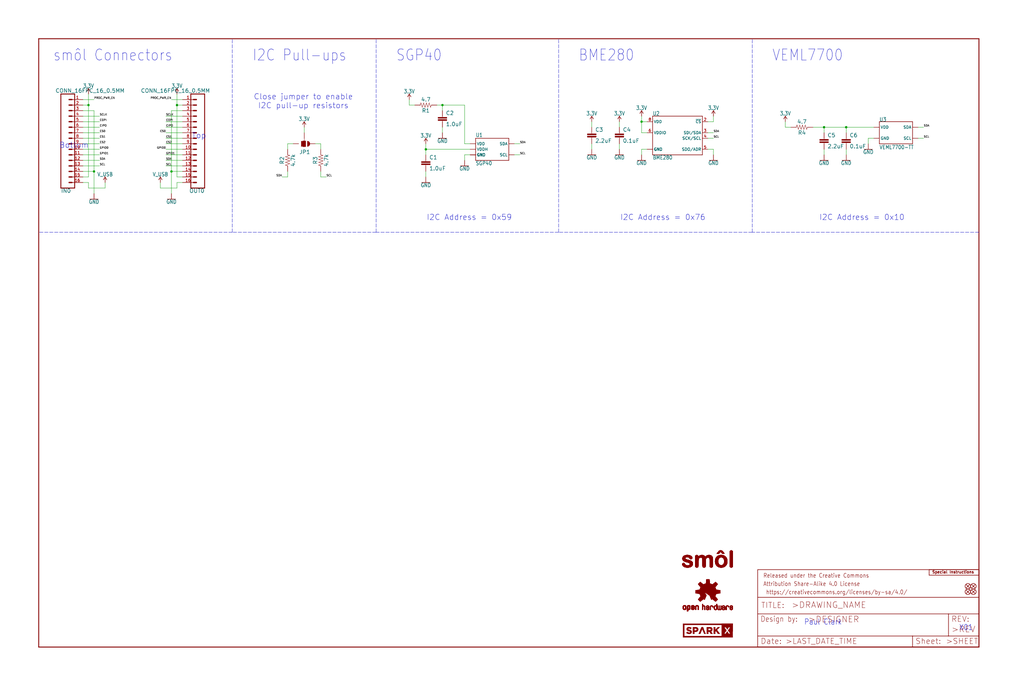
<source format=kicad_sch>
(kicad_sch (version 20211123) (generator eeschema)
  (paper "User" 470.306 317.906)
  (lib_symbols
    (symbol "eagleSchem-eagle-import:0.1UF-0402T-6.3V-10%-X7R"
      (property "Reference" "C" (at 1.524 2.921 0))
      (property "Value" "0.1UF-0402T-6.3V-10%-X7R" (at 1.524 -2.159 0))
      (symbol "0.1UF-0402T-6.3V-10%-X7R_1_0"
        (pin passive line (at 0 5.08 270) (length 2.54) (name "1") (number "1"))
        (pin passive line (at 0 -2.54 90) (length 2.54) (name "2") (number "2"))
      )
    )
    (symbol "eagleSchem-eagle-import:1.0UF-0402T-16V-10%"
      (property "Reference" "C" (at 1.524 2.921 0))
      (property "Value" "1.0UF-0402T-16V-10%" (at 1.524 -2.159 0))
      (symbol "1.0UF-0402T-16V-10%_1_0"
        (pin passive line (at 0 5.08 270) (length 2.54) (name "1") (number "1"))
        (pin passive line (at 0 -2.54 90) (length 2.54) (name "2") (number "2"))
      )
    )
    (symbol "eagleSchem-eagle-import:2.2UF-0402_TIGHT-10V-10%-X5R"
      (property "Reference" "C" (at 1.524 2.921 0))
      (property "Value" "2.2UF-0402_TIGHT-10V-10%-X5R" (at 1.524 -2.159 0))
      (symbol "2.2UF-0402_TIGHT-10V-10%-X5R_1_0"
        (pin passive line (at 0 5.08 270) (length 2.54) (name "1") (number "1"))
        (pin passive line (at 0 -2.54 90) (length 2.54) (name "2") (number "2"))
      )
    )
    (symbol "eagleSchem-eagle-import:3.3V" (power)
      (property "Value" "3.3V" (at 0 2.794 0))
      (symbol "3.3V_1_0"
        (pin power_in line (at 0 0 90) (length 2.54) (name "3.3V") (number "1"))
      )
    )
    (symbol "eagleSchem-eagle-import:4.7KOHM-0402T-1{slash}16W-1%"
      (property "Reference" "R" (at 0 1.524 0))
      (property "Value" "4.7KOHM-0402T-1{slash}16W-1%" (at 0 -1.524 0))
      (symbol "4.7KOHM-0402T-1{slash}16W-1%_1_0"
        (pin passive line (at -5.08 0 0) (length 2.54) (name "1") (number "1"))
        (pin passive line (at 5.08 0 180) (length 2.54) (name "2") (number "2"))
      )
    )
    (symbol "eagleSchem-eagle-import:4.7OHM-0402T-1{slash}16W-1%"
      (property "Reference" "R" (at 0 1.524 0))
      (property "Value" "4.7OHM-0402T-1{slash}16W-1%" (at 0 -1.524 0))
      (symbol "4.7OHM-0402T-1{slash}16W-1%_1_0"
        (pin passive line (at -5.08 0 0) (length 2.54) (name "1") (number "1"))
        (pin passive line (at 5.08 0 180) (length 2.54) (name "2") (number "2"))
      )
    )
    (symbol "eagleSchem-eagle-import:BME280"
      (property "Reference" "U" (at -10.16 7.874 0))
      (property "Value" "BME280" (at -10.16 -10.414 0))
      (symbol "BME280_1_0"
        (pin bidirectional line (at -12.7 -7.62 0) (length 2.54) (name "GND") (number "1"))
        (pin bidirectional line (at 15.24 5.08 180) (length 2.54) (name "~{CS}") (number "2"))
        (pin bidirectional line (at 15.24 0 180) (length 2.54) (name "SDI/SDA") (number "3"))
        (pin bidirectional line (at 15.24 -2.54 180) (length 2.54) (name "SCK/SCL") (number "4"))
        (pin bidirectional line (at 15.24 -7.62 180) (length 2.54) (name "SDO/ADR") (number "5"))
        (pin bidirectional line (at -12.7 0 0) (length 2.54) (name "VDDIO") (number "6"))
        (pin bidirectional line (at -12.7 -7.62 0) (length 2.54) (name "GND") (number "7"))
        (pin bidirectional line (at -12.7 5.08 0) (length 2.54) (name "VDD") (number "8"))
      )
    )
    (symbol "eagleSchem-eagle-import:CONN_16FPC_16_0.5MM"
      (property "Reference" "J" (at 0 20.828 0))
      (property "Value" "CONN_16FPC_16_0.5MM" (at 0 -25.146 0))
      (symbol "CONN_16FPC_16_0.5MM_1_0"
        (pin passive line (at 10.16 -20.32 180) (length 5.08) (name "1") (number "1"))
        (pin passive line (at 10.16 2.54 180) (length 5.08) (name "10") (number "10"))
        (pin passive line (at 10.16 5.08 180) (length 5.08) (name "11") (number "11"))
        (pin passive line (at 10.16 7.62 180) (length 5.08) (name "12") (number "12"))
        (pin passive line (at 10.16 10.16 180) (length 5.08) (name "13") (number "13"))
        (pin passive line (at 10.16 12.7 180) (length 5.08) (name "14") (number "14"))
        (pin passive line (at 10.16 15.24 180) (length 5.08) (name "15") (number "15"))
        (pin passive line (at 10.16 17.78 180) (length 5.08) (name "16") (number "16"))
        (pin passive line (at 10.16 -17.78 180) (length 5.08) (name "2") (number "2"))
        (pin passive line (at 10.16 -15.24 180) (length 5.08) (name "3") (number "3"))
        (pin passive line (at 10.16 -12.7 180) (length 5.08) (name "4") (number "4"))
        (pin passive line (at 10.16 -10.16 180) (length 5.08) (name "5") (number "5"))
        (pin passive line (at 10.16 -7.62 180) (length 5.08) (name "6") (number "6"))
        (pin passive line (at 10.16 -5.08 180) (length 5.08) (name "7") (number "7"))
        (pin passive line (at 10.16 -2.54 180) (length 5.08) (name "8") (number "8"))
        (pin passive line (at 10.16 0 180) (length 5.08) (name "9") (number "9"))
      )
    )
    (symbol "eagleSchem-eagle-import:FIDUCIALUFIDUCIAL")
    (symbol "eagleSchem-eagle-import:FRAME-LEDGER"
      (symbol "FRAME-LEDGER_2_0"
        (text " https://creativecommons.org/licenses/by-sa/4.0/" (at 2.54 24.13 0) (effects (font (size 1.9304 1.6408)) (justify left bottom)))
        (text ">DESIGNER" (at 23.114 11.176 0) (effects (font (size 2.7432 2.7432)) (justify left bottom)))
        (text ">DRAWING_NAME" (at 15.494 17.78 0) (effects (font (size 2.7432 2.7432)) (justify left bottom)))
        (text ">LAST_DATE_TIME" (at 12.7 1.27 0) (effects (font (size 2.54 2.54)) (justify left bottom)))
        (text ">REV" (at 88.9 6.604 0) (effects (font (size 2.7432 2.7432)) (justify left bottom)))
        (text ">SHEET" (at 86.36 1.27 0) (effects (font (size 2.54 2.54)) (justify left bottom)))
        (text "Attribution Share-Alike 4.0 License" (at 2.54 27.94 0) (effects (font (size 1.9304 1.6408)) (justify left bottom)))
        (text "Date:" (at 1.27 1.27 0) (effects (font (size 2.54 2.54)) (justify left bottom)))
        (text "Design by:" (at 1.27 11.43 0) (effects (font (size 2.54 2.159)) (justify left bottom)))
        (text "Released under the Creative Commons" (at 2.54 31.75 0) (effects (font (size 1.9304 1.6408)) (justify left bottom)))
        (text "REV:" (at 88.9 11.43 0) (effects (font (size 2.54 2.54)) (justify left bottom)))
        (text "Sheet:" (at 72.39 1.27 0) (effects (font (size 2.54 2.54)) (justify left bottom)))
        (text "TITLE:" (at 1.524 17.78 0) (effects (font (size 2.54 2.54)) (justify left bottom)))
      )
    )
    (symbol "eagleSchem-eagle-import:GND" (power)
      (property "Value" "GND" (at 0 -0.254 0))
      (symbol "GND_1_0"
        (pin power_in line (at 0 2.54 270) (length 2.54) (name "GND") (number "1"))
      )
    )
    (symbol "eagleSchem-eagle-import:JUMPER-SMT_3_NO_SILK"
      (property "Reference" "JP" (at 6.096 1.27 0))
      (property "Value" "JUMPER-SMT_3_NO_SILK" (at 6.858 -1.524 0))
      (symbol "JUMPER-SMT_3_NO_SILK_1_0"
        (pin passive line (at 0 5.08 270) (length 2.54) (name "1") (number "1"))
        (pin passive line (at -5.08 0 0) (length 2.54) (name "2") (number "2"))
        (pin passive line (at 0 -5.08 90) (length 2.54) (name "3") (number "3"))
      )
    )
    (symbol "eagleSchem-eagle-import:OSHW-LOGOMINI")
    (symbol "eagleSchem-eagle-import:SGP40"
      (property "Reference" "U" (at -7.62 5.588 0))
      (property "Value" "SGP40" (at -7.62 -7.366 0))
      (symbol "SGP40_1_0"
        (pin power_in line (at -10.16 2.54 0) (length 2.54) (name "VDD") (number "1"))
        (pin power_in line (at -10.16 -2.54 0) (length 2.54) (name "GND") (number "2"))
        (pin bidirectional line (at 10.16 2.54 180) (length 2.54) (name "SDA") (number "3"))
        (pin power_in line (at -10.16 -2.54 0) (length 2.54) (name "GND") (number "4"))
        (pin power_in line (at -10.16 0 0) (length 2.54) (name "VDDH") (number "5"))
        (pin bidirectional line (at 10.16 -2.54 180) (length 2.54) (name "SCL") (number "6"))
        (pin power_in line (at -10.16 -2.54 0) (length 2.54) (name "GND") (number "DIEPAD"))
      )
    )
    (symbol "eagleSchem-eagle-import:SMOL_LOGOSMALL")
    (symbol "eagleSchem-eagle-import:SPARKX-LOGO3")
    (symbol "eagleSchem-eagle-import:SPECIAL_INSTRUCTIONS-ORDERING"
      (symbol "SPECIAL_INSTRUCTIONS-ORDERING_1_0"
        (text "Special Instructions" (at 1.27 0.6985 0) (effects (font (size 1.27 1.27) (thickness 0.254) bold) (justify left bottom)))
      )
    )
    (symbol "eagleSchem-eagle-import:VEML7700-TT"
      (property "Value" "VEML7700-TT" (at -7.62 -7.62 0))
      (symbol "VEML7700-TT_1_0"
        (pin bidirectional line (at 10.16 -2.54 180) (length 2.54) (name "SCL") (number "1"))
        (pin power_in line (at -10.16 2.54 0) (length 2.54) (name "VDD") (number "2"))
        (pin power_in line (at -10.16 -2.54 0) (length 2.54) (name "GND") (number "3"))
        (pin bidirectional line (at 10.16 2.54 180) (length 2.54) (name "SDA") (number "4"))
      )
    )
    (symbol "eagleSchem-eagle-import:V_USB" (power)
      (property "Value" "V_USB" (at 0 2.794 0))
      (symbol "V_USB_1_0"
        (pin power_in line (at 0 0 90) (length 2.54) (name "V_USB") (number "1"))
      )
    )
  )
  (junction (at 388.62 58.42))
  (junction (at 78.74 78.74))
  (junction (at 195.58 68.58))
  (junction (at 378.46 58.42))
  (junction (at 203.2 48.26))
  (junction (at 43.18 78.74))
  (junction (at 40.64 48.26))
  (junction (at 294.64 55.88))
  (junction (at 81.28 48.26))
  (wire (pts (xy 81.28 81.28) (xy 81.28 48.26)))
  (wire (pts (xy 271.78 68.58) (xy 271.78 66.04)))
  (wire (pts (xy 388.62 58.42) (xy 401.32 58.42)))
  (wire (pts (xy 294.64 68.58) (xy 294.64 71.12)))
  (wire (pts (xy 81.28 86.36) (xy 73.66 86.36)))
  (wire (pts (xy 187.96 48.26) (xy 190.5 48.26)))
  (wire (pts (xy 83.82 71.12) (xy 76.2 71.12)))
  (polyline (pts (xy 106.68 106.68) (xy 17.78 106.68)))
  (wire (pts (xy 48.26 86.36) (xy 40.64 86.36)))
  (polyline (pts (xy 345.44 106.68) (xy 256.54 106.68)))
  (wire (pts (xy 73.66 86.36) (xy 73.66 83.82)))
  (wire (pts (xy 297.18 68.58) (xy 294.64 68.58)))
  (polyline (pts (xy 106.68 106.68) (xy 106.68 17.78)))
  (wire (pts (xy 139.7 58.42) (xy 139.7 60.96)))
  (wire (pts (xy 132.08 81.28) (xy 129.54 81.28)))
  (wire (pts (xy 38.1 73.66) (xy 45.72 73.66)))
  (wire (pts (xy 81.28 83.82) (xy 81.28 86.36)))
  (wire (pts (xy 294.64 60.96) (xy 294.64 55.88)))
  (wire (pts (xy 147.32 66.04) (xy 147.32 68.58)))
  (polyline (pts (xy 172.72 106.68) (xy 172.72 17.78)))
  (wire (pts (xy 132.08 66.04) (xy 132.08 68.58)))
  (wire (pts (xy 203.2 48.26) (xy 203.2 50.8)))
  (wire (pts (xy 38.1 60.96) (xy 45.72 60.96)))
  (wire (pts (xy 187.96 45.72) (xy 187.96 48.26)))
  (wire (pts (xy 325.12 55.88) (xy 327.66 55.88)))
  (wire (pts (xy 78.74 88.9) (xy 78.74 78.74)))
  (wire (pts (xy 38.1 58.42) (xy 45.72 58.42)))
  (wire (pts (xy 132.08 78.74) (xy 132.08 81.28)))
  (wire (pts (xy 327.66 68.58) (xy 327.66 71.12)))
  (wire (pts (xy 38.1 50.8) (xy 43.18 50.8)))
  (wire (pts (xy 38.1 55.88) (xy 45.72 55.88)))
  (wire (pts (xy 38.1 45.72) (xy 43.18 45.72)))
  (wire (pts (xy 325.12 63.5) (xy 327.66 63.5)))
  (wire (pts (xy 360.68 55.88) (xy 360.68 58.42)))
  (wire (pts (xy 83.82 48.26) (xy 81.28 48.26)))
  (wire (pts (xy 297.18 60.96) (xy 294.64 60.96)))
  (wire (pts (xy 236.22 66.04) (xy 238.76 66.04)))
  (wire (pts (xy 147.32 78.74) (xy 147.32 81.28)))
  (wire (pts (xy 38.1 83.82) (xy 40.64 83.82)))
  (wire (pts (xy 83.82 81.28) (xy 81.28 81.28)))
  (wire (pts (xy 236.22 71.12) (xy 238.76 71.12)))
  (polyline (pts (xy 172.72 106.68) (xy 106.68 106.68)))
  (wire (pts (xy 134.62 66.04) (xy 132.08 66.04)))
  (wire (pts (xy 421.64 63.5) (xy 424.18 63.5)))
  (wire (pts (xy 388.62 60.96) (xy 388.62 58.42)))
  (wire (pts (xy 213.36 71.12) (xy 213.36 73.66)))
  (wire (pts (xy 421.64 58.42) (xy 424.18 58.42)))
  (wire (pts (xy 200.66 48.26) (xy 203.2 48.26)))
  (wire (pts (xy 38.1 68.58) (xy 45.72 68.58)))
  (wire (pts (xy 83.82 50.8) (xy 78.74 50.8)))
  (wire (pts (xy 40.64 83.82) (xy 40.64 86.36)))
  (wire (pts (xy 43.18 50.8) (xy 43.18 78.74)))
  (wire (pts (xy 284.48 68.58) (xy 284.48 66.04)))
  (wire (pts (xy 83.82 45.72) (xy 78.74 45.72)))
  (wire (pts (xy 378.46 71.12) (xy 378.46 68.58)))
  (wire (pts (xy 43.18 88.9) (xy 43.18 78.74)))
  (wire (pts (xy 78.74 78.74) (xy 83.82 78.74)))
  (wire (pts (xy 38.1 63.5) (xy 45.72 63.5)))
  (wire (pts (xy 284.48 55.88) (xy 284.48 58.42)))
  (wire (pts (xy 83.82 55.88) (xy 76.2 55.88)))
  (wire (pts (xy 215.9 71.12) (xy 213.36 71.12)))
  (wire (pts (xy 378.46 58.42) (xy 388.62 58.42)))
  (wire (pts (xy 83.82 58.42) (xy 76.2 58.42)))
  (wire (pts (xy 38.1 71.12) (xy 45.72 71.12)))
  (wire (pts (xy 38.1 81.28) (xy 40.64 81.28)))
  (wire (pts (xy 294.64 55.88) (xy 294.64 53.34)))
  (wire (pts (xy 325.12 68.58) (xy 327.66 68.58)))
  (wire (pts (xy 327.66 55.88) (xy 327.66 53.34)))
  (polyline (pts (xy 449.58 106.68) (xy 345.44 106.68)))
  (wire (pts (xy 81.28 48.26) (xy 81.28 43.18)))
  (wire (pts (xy 83.82 73.66) (xy 76.2 73.66)))
  (wire (pts (xy 388.62 71.12) (xy 388.62 68.58)))
  (wire (pts (xy 147.32 81.28) (xy 149.86 81.28)))
  (wire (pts (xy 38.1 48.26) (xy 40.64 48.26)))
  (wire (pts (xy 83.82 66.04) (xy 76.2 66.04)))
  (wire (pts (xy 38.1 76.2) (xy 45.72 76.2)))
  (wire (pts (xy 360.68 58.42) (xy 363.22 58.42)))
  (wire (pts (xy 215.9 66.04) (xy 213.36 66.04)))
  (wire (pts (xy 48.26 83.82) (xy 48.26 86.36)))
  (wire (pts (xy 83.82 63.5) (xy 76.2 63.5)))
  (wire (pts (xy 83.82 83.82) (xy 81.28 83.82)))
  (wire (pts (xy 195.58 81.28) (xy 195.58 78.74)))
  (wire (pts (xy 213.36 48.26) (xy 203.2 48.26)))
  (wire (pts (xy 83.82 68.58) (xy 76.2 68.58)))
  (wire (pts (xy 203.2 58.42) (xy 203.2 60.96)))
  (wire (pts (xy 401.32 63.5) (xy 398.78 63.5)))
  (wire (pts (xy 378.46 60.96) (xy 378.46 58.42)))
  (wire (pts (xy 144.78 66.04) (xy 147.32 66.04)))
  (wire (pts (xy 195.58 68.58) (xy 195.58 71.12)))
  (wire (pts (xy 40.64 48.26) (xy 40.64 43.18)))
  (wire (pts (xy 83.82 53.34) (xy 76.2 53.34)))
  (wire (pts (xy 40.64 81.28) (xy 40.64 48.26)))
  (wire (pts (xy 215.9 68.58) (xy 195.58 68.58)))
  (wire (pts (xy 83.82 76.2) (xy 76.2 76.2)))
  (wire (pts (xy 297.18 55.88) (xy 294.64 55.88)))
  (polyline (pts (xy 345.44 106.68) (xy 345.44 17.78)))
  (wire (pts (xy 213.36 66.04) (xy 213.36 48.26)))
  (wire (pts (xy 78.74 50.8) (xy 78.74 78.74)))
  (wire (pts (xy 373.38 58.42) (xy 378.46 58.42)))
  (polyline (pts (xy 256.54 106.68) (xy 172.72 106.68)))
  (wire (pts (xy 195.58 66.04) (xy 195.58 68.58)))
  (wire (pts (xy 398.78 63.5) (xy 398.78 66.04)))
  (wire (pts (xy 38.1 66.04) (xy 45.72 66.04)))
  (wire (pts (xy 83.82 60.96) (xy 76.2 60.96)))
  (wire (pts (xy 271.78 55.88) (xy 271.78 58.42)))
  (wire (pts (xy 38.1 78.74) (xy 43.18 78.74)))
  (wire (pts (xy 325.12 60.96) (xy 327.66 60.96)))
  (polyline (pts (xy 256.54 106.68) (xy 256.54 17.78)))
  (wire (pts (xy 38.1 53.34) (xy 45.72 53.34)))
  (text "BME280" (at 265.684 28.448 180) (effects (font (size 5.08 4.318)) (justify left bottom)))
  (text "I2C Address = 0x10" (at 395.859 99.949 180) (effects (font (size 2.54 2.54))))
  (text "Top" (at 94.742 60.96 180) (effects (font (size 2.54 2.54)) (justify right top)))
  (text "SGP40" (at 181.864 28.448 180) (effects (font (size 5.08 4.318)) (justify left bottom)))
  (text "I2C Pull-ups" (at 115.824 28.448 180) (effects (font (size 5.08 4.318)) (justify left bottom)))
  (text "Paul Clark" (at 369.316 287.274 180) (effects (font (size 2.54 2.159)) (justify left bottom)))
  (text "Bottom" (at 27.178 68.326 180) (effects (font (size 2.54 2.54)) (justify left bottom)))
  (text "VEML7700" (at 354.584 28.448 180) (effects (font (size 5.08 4.318)) (justify left bottom)))
  (text "smôl Connectors" (at 24.384 28.448 180) (effects (font (size 5.08 4.318)) (justify left bottom)))
  (text "I2C Address = 0x76" (at 304.419 99.949 180) (effects (font (size 2.54 2.54))))
  (text "X01" (at 440.436 289.814 180) (effects (font (size 2.54 2.159)) (justify left bottom)))
  (text "Close jumper to enable\nI2C pull-up resistors" (at 139.319 46.609 180) (effects (font (size 2.54 2.54))))
  (text "I2C Address = 0x59" (at 215.519 99.949 180) (effects (font (size 2.54 2.54))))
  (label "SCL" (at 327.66 63.5 0) (effects (font (size 0.889 0.889))))
  (label "CS2" (at 76.2 66.04 0) (effects (font (size 0.889 0.889))))
  (label "SDA" (at 327.66 60.96 0) (effects (font (size 0.889 0.889))))
  (label "CIPO" (at 76.2 58.42 0) (effects (font (size 0.889 0.889))))
  (label "SCL" (at 76.2 76.2 0) (effects (font (size 0.889 0.889))))
  (label "GPIO0" (at 76.2 68.58 180) (effects (font (size 0.889 0.889))))
  (label "SCLK" (at 45.72 53.34 0) (effects (font (size 0.889 0.889))))
  (label "GPIO1" (at 76.2 71.12 0) (effects (font (size 0.889 0.889))))
  (label "GPIO0" (at 45.72 68.58 0) (effects (font (size 0.889 0.889))))
  (label "SCL" (at 149.86 81.28 0) (effects (font (size 0.889 0.889))))
  (label "CS0" (at 45.72 60.96 0) (effects (font (size 0.889 0.889))))
  (label "CS1" (at 45.72 63.5 0) (effects (font (size 0.889 0.889))))
  (label "SCL" (at 238.76 71.12 0) (effects (font (size 0.889 0.889))))
  (label "CIPO" (at 45.72 58.42 0) (effects (font (size 0.889 0.889))))
  (label "SCLK" (at 76.2 53.34 0) (effects (font (size 0.889 0.889))))
  (label "SDA" (at 238.76 66.04 0) (effects (font (size 0.889 0.889))))
  (label "SDA" (at 129.54 81.28 180) (effects (font (size 0.889 0.889))))
  (label "CS2" (at 45.72 66.04 0) (effects (font (size 0.889 0.889))))
  (label "SCL" (at 45.72 76.2 0) (effects (font (size 0.889 0.889))))
  (label "SDA" (at 45.72 73.66 0) (effects (font (size 0.889 0.889))))
  (label "COPI" (at 45.72 55.88 0) (effects (font (size 0.889 0.889))))
  (label "SCL" (at 424.18 63.5 0) (effects (font (size 0.889 0.889))))
  (label "PROC_PWR_EN" (at 78.74 45.72 180) (effects (font (size 0.889 0.889))))
  (label "SDA" (at 424.18 58.42 0) (effects (font (size 0.889 0.889))))
  (label "SDA" (at 76.2 73.66 0) (effects (font (size 0.889 0.889))))
  (label "GPIO1" (at 45.72 71.12 0) (effects (font (size 0.889 0.889))))
  (label "CS1" (at 76.2 63.5 0) (effects (font (size 0.889 0.889))))
  (label "PROC_PWR_EN" (at 43.18 45.72 0) (effects (font (size 0.889 0.889))))
  (label "COPI" (at 76.2 55.88 0) (effects (font (size 0.889 0.889))))
  (label "CS0" (at 76.2 60.96 180) (effects (font (size 0.889 0.889))))
  (symbol (lib_id "eagleSchem-eagle-import:2.2UF-0402_TIGHT-10V-10%-X5R") (at 378.46 66.04 0) (unit 1)
    (property "Reference" "C5" (at 379.984 63.119 0) (effects (font (size 1.778 1.778)) (justify left bottom)))
    (property "Value" "2.2uF" (at 379.984 68.199 0) (effects (font (size 1.778 1.778)) (justify left bottom)))
    (property "Footprint" "eagleSchem:0402-TIGHT" (effects hide))
  )
  (symbol (lib_id "eagleSchem-eagle-import:3.3V") (at 40.64 43.18 0) (unit 1)
    (property "Reference" "#SUPPLY21" (effects hide))
    (property "Value" "3.3V" (at 40.64 40.386 0) (effects (font (size 1.778 1.5113)) (justify bottom)))
    (property "Footprint" "eagleSchem:" (effects hide))
  )
  (symbol (lib_id "eagleSchem-eagle-import:GND") (at 43.18 91.44 0) (unit 1)
    (property "Reference" "#GND54" (effects hide))
    (property "Value" "GND" (at 43.18 91.694 0) (effects (font (size 1.778 1.5113)) (justify top)))
    (property "Footprint" "eagleSchem:" (effects hide))
  )
  (symbol (lib_id "eagleSchem-eagle-import:GND") (at 327.66 73.66 0) (unit 1)
    (property "Reference" "#GND7" (effects hide))
    (property "Value" "GND" (at 327.66 73.914 0) (effects (font (size 1.778 1.5113)) (justify top)))
    (property "Footprint" "eagleSchem:" (effects hide))
  )
  (symbol (lib_id "eagleSchem-eagle-import:3.3V") (at 195.58 66.04 0) (unit 1)
    (property "Reference" "#SUPPLY1" (effects hide))
    (property "Value" "3.3V" (at 195.58 63.246 0) (effects (font (size 1.778 1.5113)) (justify bottom)))
    (property "Footprint" "eagleSchem:" (effects hide))
  )
  (symbol (lib_id "eagleSchem-eagle-import:GND") (at 213.36 76.2 0) (unit 1)
    (property "Reference" "#GND3" (effects hide))
    (property "Value" "GND" (at 213.36 76.454 0) (effects (font (size 1.778 1.5113)) (justify top)))
    (property "Footprint" "eagleSchem:" (effects hide))
  )
  (symbol (lib_id "eagleSchem-eagle-import:CONN_16FPC_16_0.5MM") (at 93.98 66.04 180) (unit 1)
    (property "Reference" "OUT0" (at 93.98 86.614 0) (effects (font (size 1.778 1.778)) (justify left bottom)))
    (property "Value" "CONN_16FPC_16_0.5MM" (at 96.52 40.64 0) (effects (font (size 1.778 1.778)) (justify left bottom)))
    (property "Footprint" "eagleSchem:FPC_16_0.5MM" (effects hide))
  )
  (symbol (lib_id "eagleSchem-eagle-import:SPECIAL_INSTRUCTIONS-ORDERING") (at 426.72 264.16 0) (unit 1)
    (property "Reference" "LOGO1" (effects hide))
    (property "Value" "SPECIAL_INSTRUCTIONS-ORDERING" (effects hide))
    (property "Footprint" "eagleSchem:ORDERING_INSTRUCTIONS" (effects hide))
  )
  (symbol (lib_id "eagleSchem-eagle-import:0.1UF-0402T-6.3V-10%-X7R") (at 388.62 66.04 0) (unit 1)
    (property "Reference" "C6" (at 390.144 63.119 0) (effects (font (size 1.778 1.778)) (justify left bottom)))
    (property "Value" "0.1uF" (at 390.144 68.199 0) (effects (font (size 1.778 1.778)) (justify left bottom)))
    (property "Footprint" "eagleSchem:0402-TIGHT" (effects hide))
  )
  (symbol (lib_id "eagleSchem-eagle-import:FRAME-LEDGER") (at 347.98 297.18 0) (unit 2)
    (property "Reference" "FRAME1" (effects hide))
    (property "Value" "FRAME-LEDGER" (effects hide))
    (property "Footprint" "eagleSchem:CREATIVE_COMMONS" (effects hide))
  )
  (symbol (lib_id "eagleSchem-eagle-import:4.7OHM-0402T-1{slash}16W-1%") (at 195.58 48.26 180) (unit 1)
    (property "Reference" "R1" (at 195.58 49.784 0) (effects (font (size 1.778 1.778)) (justify bottom)))
    (property "Value" "4.7" (at 195.58 46.736 0) (effects (font (size 1.778 1.778)) (justify top)))
    (property "Footprint" "eagleSchem:0402-TIGHT" (effects hide))
  )
  (symbol (lib_id "eagleSchem-eagle-import:SGP40") (at 226.06 68.58 0) (unit 1)
    (property "Reference" "U1" (at 218.44 62.992 0) (effects (font (size 1.778 1.5113)) (justify left bottom)))
    (property "Value" "SGP40" (at 218.44 75.946 0) (effects (font (size 1.778 1.5113)) (justify left bottom)))
    (property "Footprint" "eagleSchem:SGP40" (effects hide))
  )
  (symbol (lib_id "eagleSchem-eagle-import:GND") (at 378.46 73.66 0) (unit 1)
    (property "Reference" "#GND8" (effects hide))
    (property "Value" "GND" (at 378.46 73.914 0) (effects (font (size 1.778 1.5113)) (justify top)))
    (property "Footprint" "eagleSchem:" (effects hide))
  )
  (symbol (lib_id "eagleSchem-eagle-import:4.7KOHM-0402T-1{slash}16W-1%") (at 132.08 73.66 90) (unit 1)
    (property "Reference" "R2" (at 130.556 73.66 0) (effects (font (size 1.778 1.778)) (justify bottom)))
    (property "Value" "4.7k" (at 133.604 73.66 0) (effects (font (size 1.778 1.778)) (justify top)))
    (property "Footprint" "eagleSchem:0402-TIGHT" (effects hide))
  )
  (symbol (lib_id "eagleSchem-eagle-import:GND") (at 195.58 83.82 0) (unit 1)
    (property "Reference" "#GND2" (effects hide))
    (property "Value" "GND" (at 195.58 84.074 0) (effects (font (size 1.778 1.5113)) (justify top)))
    (property "Footprint" "eagleSchem:" (effects hide))
  )
  (symbol (lib_id "eagleSchem-eagle-import:SMOL_LOGOSMALL") (at 325.12 256.54 0) (unit 1)
    (property "Reference" "U$3" (effects hide))
    (property "Value" "SMOL_LOGOSMALL" (effects hide))
    (property "Footprint" "eagleSchem:SMOL_SMALL" (effects hide))
  )
  (symbol (lib_id "eagleSchem-eagle-import:VEML7700-TT") (at 411.48 60.96 0) (unit 1)
    (property "Reference" "U3" (at 403.86 55.88 0) (effects (font (size 1.778 1.5113)) (justify left bottom)))
    (property "Value" "VEML7700-TT" (at 403.86 68.58 0) (effects (font (size 1.778 1.5113)) (justify left bottom)))
    (property "Footprint" "eagleSchem:VEML7700_TT" (effects hide))
  )
  (symbol (lib_id "eagleSchem-eagle-import:V_USB") (at 48.26 83.82 0) (unit 1)
    (property "Reference" "#SUPPLY25" (effects hide))
    (property "Value" "V_USB" (at 48.26 81.026 0) (effects (font (size 1.778 1.5113)) (justify bottom)))
    (property "Footprint" "eagleSchem:" (effects hide))
  )
  (symbol (lib_id "eagleSchem-eagle-import:4.7KOHM-0402T-1{slash}16W-1%") (at 147.32 73.66 90) (unit 1)
    (property "Reference" "R3" (at 145.796 73.66 0) (effects (font (size 1.778 1.778)) (justify bottom)))
    (property "Value" "4.7k" (at 148.844 73.66 0) (effects (font (size 1.778 1.778)) (justify top)))
    (property "Footprint" "eagleSchem:0402-TIGHT" (effects hide))
  )
  (symbol (lib_id "eagleSchem-eagle-import:SPARKX-LOGO3") (at 325.12 289.56 0) (unit 1)
    (property "Reference" "U$1" (effects hide))
    (property "Value" "SPARKX-LOGO3" (effects hide))
    (property "Footprint" "eagleSchem:SPARKX-SMALL" (effects hide))
  )
  (symbol (lib_id "eagleSchem-eagle-import:3.3V") (at 360.68 55.88 0) (unit 1)
    (property "Reference" "#SUPPLY10" (effects hide))
    (property "Value" "3.3V" (at 360.68 53.086 0) (effects (font (size 1.778 1.5113)) (justify bottom)))
    (property "Footprint" "eagleSchem:" (effects hide))
  )
  (symbol (lib_id "eagleSchem-eagle-import:BME280") (at 309.88 60.96 0) (unit 1)
    (property "Reference" "U2" (at 299.72 53.086 0) (effects (font (size 1.778 1.5113)) (justify left bottom)))
    (property "Value" "BME280" (at 299.72 71.374 0) (effects (font (size 1.778 1.5113)) (justify left top)))
    (property "Footprint" "eagleSchem:LGA-8-2.5X2.5" (effects hide))
  )
  (symbol (lib_id "eagleSchem-eagle-import:GND") (at 294.64 73.66 0) (unit 1)
    (property "Reference" "#GND5" (effects hide))
    (property "Value" "GND" (at 294.64 73.914 0) (effects (font (size 1.778 1.5113)) (justify top)))
    (property "Footprint" "eagleSchem:" (effects hide))
  )
  (symbol (lib_id "eagleSchem-eagle-import:GND") (at 271.78 71.12 0) (unit 1)
    (property "Reference" "#GND58" (effects hide))
    (property "Value" "GND" (at 271.78 71.374 0) (effects (font (size 1.778 1.5113)) (justify top)))
    (property "Footprint" "eagleSchem:" (effects hide))
  )
  (symbol (lib_id "eagleSchem-eagle-import:3.3V") (at 271.78 55.88 0) (unit 1)
    (property "Reference" "#SUPPLY6" (effects hide))
    (property "Value" "3.3V" (at 271.78 53.086 0) (effects (font (size 1.778 1.5113)) (justify bottom)))
    (property "Footprint" "eagleSchem:" (effects hide))
  )
  (symbol (lib_id "eagleSchem-eagle-import:SMOL_LOGOSMALL") (at 325.12 256.54 0) (unit 1)
    (property "Reference" "U$9" (effects hide))
    (property "Value" "SMOL_LOGOSMALL" (effects hide))
    (property "Footprint" "eagleSchem:SMOL_SMALL" (effects hide))
  )
  (symbol (lib_id "eagleSchem-eagle-import:1.0UF-0402T-16V-10%") (at 203.2 55.88 0) (unit 1)
    (property "Reference" "C2" (at 204.724 52.959 0) (effects (font (size 1.778 1.778)) (justify left bottom)))
    (property "Value" "1.0uF" (at 204.724 58.039 0) (effects (font (size 1.778 1.778)) (justify left bottom)))
    (property "Footprint" "eagleSchem:0402-TIGHT" (effects hide))
  )
  (symbol (lib_id "eagleSchem-eagle-import:GND") (at 398.78 68.58 0) (unit 1)
    (property "Reference" "#GND10" (effects hide))
    (property "Value" "GND" (at 398.78 68.834 0) (effects (font (size 1.778 1.5113)) (justify top)))
    (property "Footprint" "eagleSchem:" (effects hide))
  )
  (symbol (lib_id "eagleSchem-eagle-import:GND") (at 388.62 73.66 0) (unit 1)
    (property "Reference" "#GND9" (effects hide))
    (property "Value" "GND" (at 388.62 73.914 0) (effects (font (size 1.778 1.5113)) (justify top)))
    (property "Footprint" "eagleSchem:" (effects hide))
  )
  (symbol (lib_id "eagleSchem-eagle-import:3.3V") (at 187.96 45.72 0) (unit 1)
    (property "Reference" "#SUPPLY2" (effects hide))
    (property "Value" "3.3V" (at 187.96 42.926 0) (effects (font (size 1.778 1.5113)) (justify bottom)))
    (property "Footprint" "eagleSchem:" (effects hide))
  )
  (symbol (lib_id "eagleSchem-eagle-import:FIDUCIALUFIDUCIAL") (at 447.04 269.24 0) (unit 1)
    (property "Reference" "FD4" (effects hide))
    (property "Value" "FIDUCIALUFIDUCIAL" (effects hide))
    (property "Footprint" "eagleSchem:FIDUCIAL-MICRO" (effects hide))
  )
  (symbol (lib_id "eagleSchem-eagle-import:OSHW-LOGOMINI") (at 325.12 271.78 0) (unit 1)
    (property "Reference" "LOGO3" (effects hide))
    (property "Value" "OSHW-LOGOMINI" (effects hide))
    (property "Footprint" "eagleSchem:OSHW-LOGO-MINI" (effects hide))
  )
  (symbol (lib_id "eagleSchem-eagle-import:4.7OHM-0402T-1{slash}16W-1%") (at 368.3 58.42 180) (unit 1)
    (property "Reference" "R4" (at 368.3 59.944 0) (effects (font (size 1.778 1.778)) (justify bottom)))
    (property "Value" "4.7" (at 368.3 56.896 0) (effects (font (size 1.778 1.778)) (justify top)))
    (property "Footprint" "eagleSchem:0402-TIGHT" (effects hide))
  )
  (symbol (lib_id "eagleSchem-eagle-import:FIDUCIALUFIDUCIAL") (at 444.5 271.78 0) (unit 1)
    (property "Reference" "FD2" (effects hide))
    (property "Value" "FIDUCIALUFIDUCIAL" (effects hide))
    (property "Footprint" "eagleSchem:FIDUCIAL-MICRO" (effects hide))
  )
  (symbol (lib_id "eagleSchem-eagle-import:0.1UF-0402T-6.3V-10%-X7R") (at 284.48 63.5 0) (unit 1)
    (property "Reference" "C4" (at 286.004 60.579 0) (effects (font (size 1.778 1.778)) (justify left bottom)))
    (property "Value" "0.1uF" (at 286.004 65.659 0) (effects (font (size 1.778 1.778)) (justify left bottom)))
    (property "Footprint" "eagleSchem:0402-TIGHT" (effects hide))
  )
  (symbol (lib_id "eagleSchem-eagle-import:1.0UF-0402T-16V-10%") (at 195.58 76.2 0) (unit 1)
    (property "Reference" "C1" (at 197.104 73.279 0) (effects (font (size 1.778 1.778)) (justify left bottom)))
    (property "Value" "1.0uF" (at 197.104 78.359 0) (effects (font (size 1.778 1.778)) (justify left bottom)))
    (property "Footprint" "eagleSchem:0402-TIGHT" (effects hide))
  )
  (symbol (lib_id "eagleSchem-eagle-import:JUMPER-SMT_3_NO_SILK") (at 139.7 66.04 270) (unit 1)
    (property "Reference" "JP1" (at 139.954 69.85 90) (effects (font (size 1.778 1.778))))
    (property "Value" "JUMPER-SMT_3_NO_SILK" (effects hide))
    (property "Footprint" "eagleSchem:SMT-JUMPER_3_NO_SILK" (effects hide))
  )
  (symbol (lib_id "eagleSchem-eagle-import:3.3V") (at 284.48 55.88 0) (unit 1)
    (property "Reference" "#SUPPLY4" (effects hide))
    (property "Value" "3.3V" (at 284.48 53.086 0) (effects (font (size 1.778 1.5113)) (justify bottom)))
    (property "Footprint" "eagleSchem:" (effects hide))
  )
  (symbol (lib_id "eagleSchem-eagle-import:3.3V") (at 294.64 53.34 0) (unit 1)
    (property "Reference" "#SUPPLY5" (effects hide))
    (property "Value" "3.3V" (at 294.64 50.546 0) (effects (font (size 1.778 1.5113)) (justify bottom)))
    (property "Footprint" "eagleSchem:" (effects hide))
  )
  (symbol (lib_id "eagleSchem-eagle-import:GND") (at 284.48 71.12 0) (unit 1)
    (property "Reference" "#GND6" (effects hide))
    (property "Value" "GND" (at 284.48 71.374 0) (effects (font (size 1.778 1.5113)) (justify top)))
    (property "Footprint" "eagleSchem:" (effects hide))
  )
  (symbol (lib_id "eagleSchem-eagle-import:3.3V") (at 327.66 53.34 0) (unit 1)
    (property "Reference" "#SUPPLY7" (effects hide))
    (property "Value" "3.3V" (at 327.66 50.546 0) (effects (font (size 1.778 1.5113)) (justify bottom)))
    (property "Footprint" "eagleSchem:" (effects hide))
  )
  (symbol (lib_id "eagleSchem-eagle-import:V_USB") (at 73.66 83.82 0) (unit 1)
    (property "Reference" "#SUPPLY27" (effects hide))
    (property "Value" "V_USB" (at 73.66 81.026 0) (effects (font (size 1.778 1.5113)) (justify bottom)))
    (property "Footprint" "eagleSchem:" (effects hide))
  )
  (symbol (lib_id "eagleSchem-eagle-import:CONN_16FPC_16_0.5MM") (at 27.94 66.04 0) (mirror x) (unit 1)
    (property "Reference" "IN0" (at 27.94 86.614 0) (effects (font (size 1.778 1.778)) (justify left bottom)))
    (property "Value" "CONN_16FPC_16_0.5MM" (at 25.4 40.64 0) (effects (font (size 1.778 1.778)) (justify left bottom)))
    (property "Footprint" "eagleSchem:FPC_16_0.5MM" (effects hide))
  )
  (symbol (lib_id "eagleSchem-eagle-import:2.2UF-0402_TIGHT-10V-10%-X5R") (at 271.78 63.5 0) (unit 1)
    (property "Reference" "C3" (at 273.304 60.579 0) (effects (font (size 1.778 1.778)) (justify left bottom)))
    (property "Value" "2.2uF" (at 273.304 65.659 0) (effects (font (size 1.778 1.778)) (justify left bottom)))
    (property "Footprint" "eagleSchem:0402-TIGHT" (effects hide))
  )
  (symbol (lib_id "eagleSchem-eagle-import:FIDUCIALUFIDUCIAL") (at 447.04 271.78 0) (unit 1)
    (property "Reference" "FD1" (effects hide))
    (property "Value" "FIDUCIALUFIDUCIAL" (effects hide))
    (property "Footprint" "eagleSchem:FIDUCIAL-MICRO" (effects hide))
  )
  (symbol (lib_id "eagleSchem-eagle-import:FRAME-LEDGER") (at 17.78 297.18 0) (unit 1)
    (property "Reference" "FRAME1" (effects hide))
    (property "Value" "FRAME-LEDGER" (effects hide))
    (property "Footprint" "eagleSchem:CREATIVE_COMMONS" (effects hide))
  )
  (symbol (lib_id "eagleSchem-eagle-import:GND") (at 203.2 63.5 0) (unit 1)
    (property "Reference" "#GND4" (effects hide))
    (property "Value" "GND" (at 203.2 63.754 0) (effects (font (size 1.778 1.5113)) (justify top)))
    (property "Footprint" "eagleSchem:" (effects hide))
  )
  (symbol (lib_id "eagleSchem-eagle-import:OSHW-LOGOMINI") (at 325.12 271.78 0) (unit 1)
    (property "Reference" "LOGO2" (effects hide))
    (property "Value" "OSHW-LOGOMINI" (effects hide))
    (property "Footprint" "eagleSchem:OSHW-LOGO-MINI" (effects hide))
  )
  (symbol (lib_id "eagleSchem-eagle-import:3.3V") (at 139.7 58.42 0) (unit 1)
    (property "Reference" "#SUPPLY3" (effects hide))
    (property "Value" "3.3V" (at 139.7 55.626 0) (effects (font (size 1.778 1.5113)) (justify bottom)))
    (property "Footprint" "eagleSchem:" (effects hide))
  )
  (symbol (lib_id "eagleSchem-eagle-import:FIDUCIALUFIDUCIAL") (at 444.5 269.24 0) (unit 1)
    (property "Reference" "FD3" (effects hide))
    (property "Value" "FIDUCIALUFIDUCIAL" (effects hide))
    (property "Footprint" "eagleSchem:FIDUCIAL-MICRO" (effects hide))
  )
  (symbol (lib_id "eagleSchem-eagle-import:GND") (at 78.74 91.44 0) (unit 1)
    (property "Reference" "#GND56" (effects hide))
    (property "Value" "GND" (at 78.74 91.694 0) (effects (font (size 1.778 1.5113)) (justify top)))
    (property "Footprint" "eagleSchem:" (effects hide))
  )
  (symbol (lib_id "eagleSchem-eagle-import:3.3V") (at 81.28 43.18 0) (unit 1)
    (property "Reference" "#SUPPLY22" (effects hide))
    (property "Value" "3.3V" (at 81.28 40.386 0) (effects (font (size 1.778 1.5113)) (justify bottom)))
    (property "Footprint" "eagleSchem:" (effects hide))
  )
)
</source>
